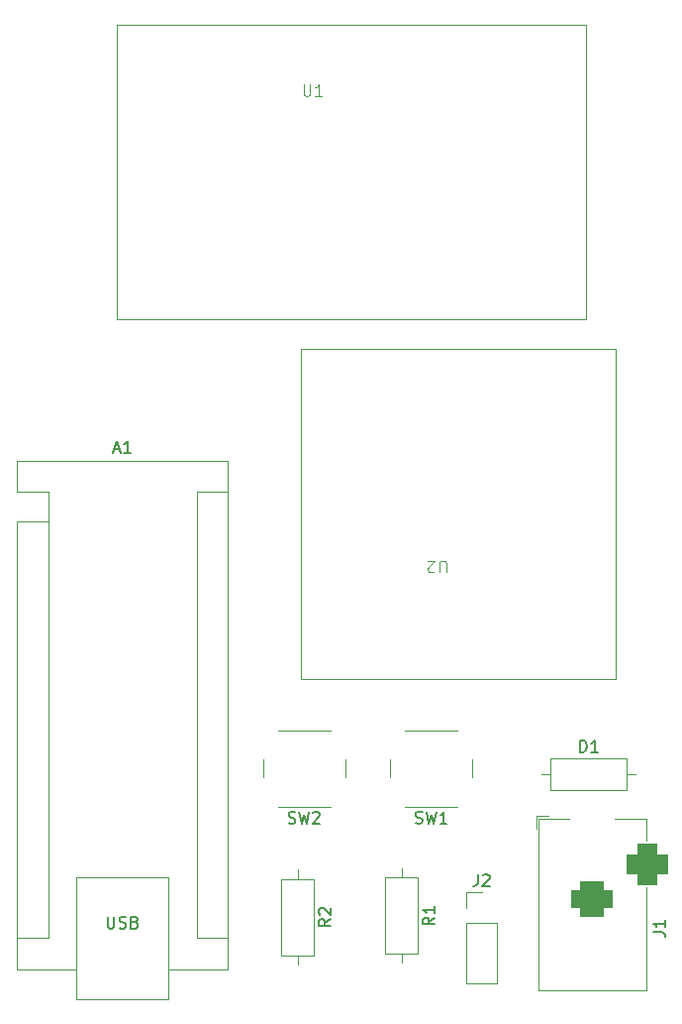
<source format=gto>
G04 #@! TF.GenerationSoftware,KiCad,Pcbnew,7.0.5*
G04 #@! TF.CreationDate,2023-06-25T17:44:05+02:00*
G04 #@! TF.ProjectId,test,74657374-2e6b-4696-9361-645f70636258,rev?*
G04 #@! TF.SameCoordinates,Original*
G04 #@! TF.FileFunction,Legend,Top*
G04 #@! TF.FilePolarity,Positive*
%FSLAX46Y46*%
G04 Gerber Fmt 4.6, Leading zero omitted, Abs format (unit mm)*
G04 Created by KiCad (PCBNEW 7.0.5) date 2023-06-25 17:44:05*
%MOMM*%
%LPD*%
G01*
G04 APERTURE LIST*
G04 Aperture macros list*
%AMRoundRect*
0 Rectangle with rounded corners*
0 $1 Rounding radius*
0 $2 $3 $4 $5 $6 $7 $8 $9 X,Y pos of 4 corners*
0 Add a 4 corners polygon primitive as box body*
4,1,4,$2,$3,$4,$5,$6,$7,$8,$9,$2,$3,0*
0 Add four circle primitives for the rounded corners*
1,1,$1+$1,$2,$3*
1,1,$1+$1,$4,$5*
1,1,$1+$1,$6,$7*
1,1,$1+$1,$8,$9*
0 Add four rect primitives between the rounded corners*
20,1,$1+$1,$2,$3,$4,$5,0*
20,1,$1+$1,$4,$5,$6,$7,0*
20,1,$1+$1,$6,$7,$8,$9,0*
20,1,$1+$1,$8,$9,$2,$3,0*%
G04 Aperture macros list end*
%ADD10C,0.150000*%
%ADD11C,0.100000*%
%ADD12C,0.120000*%
%ADD13C,2.000000*%
%ADD14R,1.600000X1.600000*%
%ADD15O,1.600000X1.600000*%
%ADD16R,1.700000X1.700000*%
%ADD17O,1.700000X1.700000*%
%ADD18R,3.500000X3.500000*%
%ADD19RoundRect,0.750000X1.000000X-0.750000X1.000000X0.750000X-1.000000X0.750000X-1.000000X-0.750000X0*%
%ADD20RoundRect,0.875000X0.875000X-0.875000X0.875000X0.875000X-0.875000X0.875000X-0.875000X-0.875000X0*%
%ADD21C,1.600000*%
%ADD22C,1.524000*%
G04 APERTURE END LIST*
D10*
X173418667Y-104098200D02*
X173561524Y-104145819D01*
X173561524Y-104145819D02*
X173799619Y-104145819D01*
X173799619Y-104145819D02*
X173894857Y-104098200D01*
X173894857Y-104098200D02*
X173942476Y-104050580D01*
X173942476Y-104050580D02*
X173990095Y-103955342D01*
X173990095Y-103955342D02*
X173990095Y-103860104D01*
X173990095Y-103860104D02*
X173942476Y-103764866D01*
X173942476Y-103764866D02*
X173894857Y-103717247D01*
X173894857Y-103717247D02*
X173799619Y-103669628D01*
X173799619Y-103669628D02*
X173609143Y-103622009D01*
X173609143Y-103622009D02*
X173513905Y-103574390D01*
X173513905Y-103574390D02*
X173466286Y-103526771D01*
X173466286Y-103526771D02*
X173418667Y-103431533D01*
X173418667Y-103431533D02*
X173418667Y-103336295D01*
X173418667Y-103336295D02*
X173466286Y-103241057D01*
X173466286Y-103241057D02*
X173513905Y-103193438D01*
X173513905Y-103193438D02*
X173609143Y-103145819D01*
X173609143Y-103145819D02*
X173847238Y-103145819D01*
X173847238Y-103145819D02*
X173990095Y-103193438D01*
X174323429Y-103145819D02*
X174561524Y-104145819D01*
X174561524Y-104145819D02*
X174752000Y-103431533D01*
X174752000Y-103431533D02*
X174942476Y-104145819D01*
X174942476Y-104145819D02*
X175180572Y-103145819D01*
X176085333Y-104145819D02*
X175513905Y-104145819D01*
X175799619Y-104145819D02*
X175799619Y-103145819D01*
X175799619Y-103145819D02*
X175704381Y-103288676D01*
X175704381Y-103288676D02*
X175609143Y-103383914D01*
X175609143Y-103383914D02*
X175513905Y-103431533D01*
X147621714Y-72178104D02*
X148097904Y-72178104D01*
X147526476Y-72463819D02*
X147859809Y-71463819D01*
X147859809Y-71463819D02*
X148193142Y-72463819D01*
X149050285Y-72463819D02*
X148478857Y-72463819D01*
X148764571Y-72463819D02*
X148764571Y-71463819D01*
X148764571Y-71463819D02*
X148669333Y-71606676D01*
X148669333Y-71606676D02*
X148574095Y-71701914D01*
X148574095Y-71701914D02*
X148478857Y-71749533D01*
X147074095Y-112103819D02*
X147074095Y-112913342D01*
X147074095Y-112913342D02*
X147121714Y-113008580D01*
X147121714Y-113008580D02*
X147169333Y-113056200D01*
X147169333Y-113056200D02*
X147264571Y-113103819D01*
X147264571Y-113103819D02*
X147455047Y-113103819D01*
X147455047Y-113103819D02*
X147550285Y-113056200D01*
X147550285Y-113056200D02*
X147597904Y-113008580D01*
X147597904Y-113008580D02*
X147645523Y-112913342D01*
X147645523Y-112913342D02*
X147645523Y-112103819D01*
X148074095Y-113056200D02*
X148216952Y-113103819D01*
X148216952Y-113103819D02*
X148455047Y-113103819D01*
X148455047Y-113103819D02*
X148550285Y-113056200D01*
X148550285Y-113056200D02*
X148597904Y-113008580D01*
X148597904Y-113008580D02*
X148645523Y-112913342D01*
X148645523Y-112913342D02*
X148645523Y-112818104D01*
X148645523Y-112818104D02*
X148597904Y-112722866D01*
X148597904Y-112722866D02*
X148550285Y-112675247D01*
X148550285Y-112675247D02*
X148455047Y-112627628D01*
X148455047Y-112627628D02*
X148264571Y-112580009D01*
X148264571Y-112580009D02*
X148169333Y-112532390D01*
X148169333Y-112532390D02*
X148121714Y-112484771D01*
X148121714Y-112484771D02*
X148074095Y-112389533D01*
X148074095Y-112389533D02*
X148074095Y-112294295D01*
X148074095Y-112294295D02*
X148121714Y-112199057D01*
X148121714Y-112199057D02*
X148169333Y-112151438D01*
X148169333Y-112151438D02*
X148264571Y-112103819D01*
X148264571Y-112103819D02*
X148502666Y-112103819D01*
X148502666Y-112103819D02*
X148645523Y-112151438D01*
X149407428Y-112580009D02*
X149550285Y-112627628D01*
X149550285Y-112627628D02*
X149597904Y-112675247D01*
X149597904Y-112675247D02*
X149645523Y-112770485D01*
X149645523Y-112770485D02*
X149645523Y-112913342D01*
X149645523Y-112913342D02*
X149597904Y-113008580D01*
X149597904Y-113008580D02*
X149550285Y-113056200D01*
X149550285Y-113056200D02*
X149455047Y-113103819D01*
X149455047Y-113103819D02*
X149074095Y-113103819D01*
X149074095Y-113103819D02*
X149074095Y-112103819D01*
X149074095Y-112103819D02*
X149407428Y-112103819D01*
X149407428Y-112103819D02*
X149502666Y-112151438D01*
X149502666Y-112151438D02*
X149550285Y-112199057D01*
X149550285Y-112199057D02*
X149597904Y-112294295D01*
X149597904Y-112294295D02*
X149597904Y-112389533D01*
X149597904Y-112389533D02*
X149550285Y-112484771D01*
X149550285Y-112484771D02*
X149502666Y-112532390D01*
X149502666Y-112532390D02*
X149407428Y-112580009D01*
X149407428Y-112580009D02*
X149074095Y-112580009D01*
X178736666Y-108503819D02*
X178736666Y-109218104D01*
X178736666Y-109218104D02*
X178689047Y-109360961D01*
X178689047Y-109360961D02*
X178593809Y-109456200D01*
X178593809Y-109456200D02*
X178450952Y-109503819D01*
X178450952Y-109503819D02*
X178355714Y-109503819D01*
X179165238Y-108599057D02*
X179212857Y-108551438D01*
X179212857Y-108551438D02*
X179308095Y-108503819D01*
X179308095Y-108503819D02*
X179546190Y-108503819D01*
X179546190Y-108503819D02*
X179641428Y-108551438D01*
X179641428Y-108551438D02*
X179689047Y-108599057D01*
X179689047Y-108599057D02*
X179736666Y-108694295D01*
X179736666Y-108694295D02*
X179736666Y-108789533D01*
X179736666Y-108789533D02*
X179689047Y-108932390D01*
X179689047Y-108932390D02*
X179117619Y-109503819D01*
X179117619Y-109503819D02*
X179736666Y-109503819D01*
X193731319Y-113400333D02*
X194445604Y-113400333D01*
X194445604Y-113400333D02*
X194588461Y-113447952D01*
X194588461Y-113447952D02*
X194683700Y-113543190D01*
X194683700Y-113543190D02*
X194731319Y-113686047D01*
X194731319Y-113686047D02*
X194731319Y-113781285D01*
X194731319Y-112400333D02*
X194731319Y-112971761D01*
X194731319Y-112686047D02*
X193731319Y-112686047D01*
X193731319Y-112686047D02*
X193874176Y-112781285D01*
X193874176Y-112781285D02*
X193969414Y-112876523D01*
X193969414Y-112876523D02*
X194017033Y-112971761D01*
X187475905Y-98033819D02*
X187475905Y-97033819D01*
X187475905Y-97033819D02*
X187714000Y-97033819D01*
X187714000Y-97033819D02*
X187856857Y-97081438D01*
X187856857Y-97081438D02*
X187952095Y-97176676D01*
X187952095Y-97176676D02*
X187999714Y-97271914D01*
X187999714Y-97271914D02*
X188047333Y-97462390D01*
X188047333Y-97462390D02*
X188047333Y-97605247D01*
X188047333Y-97605247D02*
X187999714Y-97795723D01*
X187999714Y-97795723D02*
X187952095Y-97890961D01*
X187952095Y-97890961D02*
X187856857Y-97986200D01*
X187856857Y-97986200D02*
X187714000Y-98033819D01*
X187714000Y-98033819D02*
X187475905Y-98033819D01*
X188999714Y-98033819D02*
X188428286Y-98033819D01*
X188714000Y-98033819D02*
X188714000Y-97033819D01*
X188714000Y-97033819D02*
X188618762Y-97176676D01*
X188618762Y-97176676D02*
X188523524Y-97271914D01*
X188523524Y-97271914D02*
X188428286Y-97319533D01*
X175036819Y-112180666D02*
X174560628Y-112513999D01*
X175036819Y-112752094D02*
X174036819Y-112752094D01*
X174036819Y-112752094D02*
X174036819Y-112371142D01*
X174036819Y-112371142D02*
X174084438Y-112275904D01*
X174084438Y-112275904D02*
X174132057Y-112228285D01*
X174132057Y-112228285D02*
X174227295Y-112180666D01*
X174227295Y-112180666D02*
X174370152Y-112180666D01*
X174370152Y-112180666D02*
X174465390Y-112228285D01*
X174465390Y-112228285D02*
X174513009Y-112275904D01*
X174513009Y-112275904D02*
X174560628Y-112371142D01*
X174560628Y-112371142D02*
X174560628Y-112752094D01*
X175036819Y-111228285D02*
X175036819Y-111799713D01*
X175036819Y-111513999D02*
X174036819Y-111513999D01*
X174036819Y-111513999D02*
X174179676Y-111609237D01*
X174179676Y-111609237D02*
X174274914Y-111704475D01*
X174274914Y-111704475D02*
X174322533Y-111799713D01*
D11*
X176021904Y-82703580D02*
X176021904Y-81894057D01*
X176021904Y-81894057D02*
X175974285Y-81798819D01*
X175974285Y-81798819D02*
X175926666Y-81751200D01*
X175926666Y-81751200D02*
X175831428Y-81703580D01*
X175831428Y-81703580D02*
X175640952Y-81703580D01*
X175640952Y-81703580D02*
X175545714Y-81751200D01*
X175545714Y-81751200D02*
X175498095Y-81798819D01*
X175498095Y-81798819D02*
X175450476Y-81894057D01*
X175450476Y-81894057D02*
X175450476Y-82703580D01*
X175021904Y-82608342D02*
X174974285Y-82655961D01*
X174974285Y-82655961D02*
X174879047Y-82703580D01*
X174879047Y-82703580D02*
X174640952Y-82703580D01*
X174640952Y-82703580D02*
X174545714Y-82655961D01*
X174545714Y-82655961D02*
X174498095Y-82608342D01*
X174498095Y-82608342D02*
X174450476Y-82513104D01*
X174450476Y-82513104D02*
X174450476Y-82417866D01*
X174450476Y-82417866D02*
X174498095Y-82275009D01*
X174498095Y-82275009D02*
X175069523Y-81703580D01*
X175069523Y-81703580D02*
X174450476Y-81703580D01*
D10*
X162548667Y-104098200D02*
X162691524Y-104145819D01*
X162691524Y-104145819D02*
X162929619Y-104145819D01*
X162929619Y-104145819D02*
X163024857Y-104098200D01*
X163024857Y-104098200D02*
X163072476Y-104050580D01*
X163072476Y-104050580D02*
X163120095Y-103955342D01*
X163120095Y-103955342D02*
X163120095Y-103860104D01*
X163120095Y-103860104D02*
X163072476Y-103764866D01*
X163072476Y-103764866D02*
X163024857Y-103717247D01*
X163024857Y-103717247D02*
X162929619Y-103669628D01*
X162929619Y-103669628D02*
X162739143Y-103622009D01*
X162739143Y-103622009D02*
X162643905Y-103574390D01*
X162643905Y-103574390D02*
X162596286Y-103526771D01*
X162596286Y-103526771D02*
X162548667Y-103431533D01*
X162548667Y-103431533D02*
X162548667Y-103336295D01*
X162548667Y-103336295D02*
X162596286Y-103241057D01*
X162596286Y-103241057D02*
X162643905Y-103193438D01*
X162643905Y-103193438D02*
X162739143Y-103145819D01*
X162739143Y-103145819D02*
X162977238Y-103145819D01*
X162977238Y-103145819D02*
X163120095Y-103193438D01*
X163453429Y-103145819D02*
X163691524Y-104145819D01*
X163691524Y-104145819D02*
X163882000Y-103431533D01*
X163882000Y-103431533D02*
X164072476Y-104145819D01*
X164072476Y-104145819D02*
X164310572Y-103145819D01*
X164643905Y-103241057D02*
X164691524Y-103193438D01*
X164691524Y-103193438D02*
X164786762Y-103145819D01*
X164786762Y-103145819D02*
X165024857Y-103145819D01*
X165024857Y-103145819D02*
X165120095Y-103193438D01*
X165120095Y-103193438D02*
X165167714Y-103241057D01*
X165167714Y-103241057D02*
X165215333Y-103336295D01*
X165215333Y-103336295D02*
X165215333Y-103431533D01*
X165215333Y-103431533D02*
X165167714Y-103574390D01*
X165167714Y-103574390D02*
X164596286Y-104145819D01*
X164596286Y-104145819D02*
X165215333Y-104145819D01*
D11*
X163830095Y-40994419D02*
X163830095Y-41803942D01*
X163830095Y-41803942D02*
X163877714Y-41899180D01*
X163877714Y-41899180D02*
X163925333Y-41946800D01*
X163925333Y-41946800D02*
X164020571Y-41994419D01*
X164020571Y-41994419D02*
X164211047Y-41994419D01*
X164211047Y-41994419D02*
X164306285Y-41946800D01*
X164306285Y-41946800D02*
X164353904Y-41899180D01*
X164353904Y-41899180D02*
X164401523Y-41803942D01*
X164401523Y-41803942D02*
X164401523Y-40994419D01*
X165401523Y-41994419D02*
X164830095Y-41994419D01*
X165115809Y-41994419D02*
X165115809Y-40994419D01*
X165115809Y-40994419D02*
X165020571Y-41137276D01*
X165020571Y-41137276D02*
X164925333Y-41232514D01*
X164925333Y-41232514D02*
X164830095Y-41280133D01*
D10*
X166146819Y-112307666D02*
X165670628Y-112640999D01*
X166146819Y-112879094D02*
X165146819Y-112879094D01*
X165146819Y-112879094D02*
X165146819Y-112498142D01*
X165146819Y-112498142D02*
X165194438Y-112402904D01*
X165194438Y-112402904D02*
X165242057Y-112355285D01*
X165242057Y-112355285D02*
X165337295Y-112307666D01*
X165337295Y-112307666D02*
X165480152Y-112307666D01*
X165480152Y-112307666D02*
X165575390Y-112355285D01*
X165575390Y-112355285D02*
X165623009Y-112402904D01*
X165623009Y-112402904D02*
X165670628Y-112498142D01*
X165670628Y-112498142D02*
X165670628Y-112879094D01*
X165242057Y-111926713D02*
X165194438Y-111879094D01*
X165194438Y-111879094D02*
X165146819Y-111783856D01*
X165146819Y-111783856D02*
X165146819Y-111545761D01*
X165146819Y-111545761D02*
X165194438Y-111450523D01*
X165194438Y-111450523D02*
X165242057Y-111402904D01*
X165242057Y-111402904D02*
X165337295Y-111355285D01*
X165337295Y-111355285D02*
X165432533Y-111355285D01*
X165432533Y-111355285D02*
X165575390Y-111402904D01*
X165575390Y-111402904D02*
X166146819Y-111974332D01*
X166146819Y-111974332D02*
X166146819Y-111355285D01*
D12*
X171252000Y-98691000D02*
X171252000Y-100191000D01*
X172502000Y-102691000D02*
X177002000Y-102691000D01*
X177002000Y-96191000D02*
X172502000Y-96191000D01*
X178252000Y-100191000D02*
X178252000Y-98691000D01*
X139316000Y-73149000D02*
X139316000Y-75819000D01*
X139316000Y-78359000D02*
X139316000Y-116589000D01*
X139316000Y-116589000D02*
X144396000Y-116589000D01*
X141986000Y-75819000D02*
X139316000Y-75819000D01*
X141986000Y-78359000D02*
X139316000Y-78359000D01*
X141986000Y-78359000D02*
X141986000Y-75819000D01*
X141986000Y-78359000D02*
X141986000Y-113919000D01*
X141986000Y-113919000D02*
X139316000Y-113919000D01*
X144396000Y-108709000D02*
X152276000Y-108709000D01*
X144396000Y-119129000D02*
X144396000Y-108709000D01*
X152276000Y-108709000D02*
X152276000Y-119129000D01*
X152276000Y-119129000D02*
X144396000Y-119129000D01*
X154686000Y-75819000D02*
X154686000Y-113919000D01*
X154686000Y-75819000D02*
X157356000Y-75819000D01*
X154686000Y-113919000D02*
X157356000Y-113919000D01*
X157356000Y-73149000D02*
X139316000Y-73149000D01*
X157356000Y-116589000D02*
X152276000Y-116589000D01*
X157356000Y-116589000D02*
X157356000Y-73149000D01*
X177740000Y-117789000D02*
X180400000Y-117789000D01*
X177740000Y-112649000D02*
X177740000Y-117789000D01*
X177740000Y-111379000D02*
X177740000Y-110049000D01*
X180400000Y-112649000D02*
X180400000Y-117789000D01*
X177740000Y-110049000D02*
X179070000Y-110049000D01*
X177740000Y-112649000D02*
X180400000Y-112649000D01*
X183926500Y-118417000D02*
X183926500Y-103717000D01*
X193126500Y-118417000D02*
X183926500Y-118417000D01*
X193126500Y-103717000D02*
X193126500Y-105617000D01*
X190426500Y-103717000D02*
X193126500Y-103717000D01*
X183926500Y-103717000D02*
X186526500Y-103717000D01*
X193126500Y-109617000D02*
X193126500Y-118417000D01*
X184776500Y-103517000D02*
X183726500Y-103517000D01*
X183726500Y-104567000D02*
X183726500Y-103517000D01*
X192254000Y-99949000D02*
X191484000Y-99949000D01*
X184174000Y-99949000D02*
X184944000Y-99949000D01*
X184944000Y-98579000D02*
X184944000Y-101319000D01*
X191484000Y-101319000D02*
X191484000Y-98579000D01*
X184944000Y-101319000D02*
X191484000Y-101319000D01*
X191484000Y-98579000D02*
X184944000Y-98579000D01*
X172212000Y-116054000D02*
X172212000Y-115284000D01*
X170842000Y-115284000D02*
X173582000Y-115284000D01*
X173582000Y-115284000D02*
X173582000Y-108744000D01*
X170842000Y-108744000D02*
X170842000Y-115284000D01*
X173582000Y-108744000D02*
X170842000Y-108744000D01*
X172212000Y-107974000D02*
X172212000Y-108744000D01*
D11*
X190500000Y-91821000D02*
X163576000Y-91821000D01*
X163576000Y-91821000D02*
X163576000Y-63627000D01*
X163576000Y-63627000D02*
X190500000Y-63627000D01*
X190500000Y-63627000D02*
X190500000Y-91821000D01*
D12*
X160382000Y-98691000D02*
X160382000Y-100191000D01*
X161632000Y-102691000D02*
X166132000Y-102691000D01*
X166132000Y-96191000D02*
X161632000Y-96191000D01*
X167382000Y-100191000D02*
X167382000Y-98691000D01*
D11*
X147828000Y-35941000D02*
X187960000Y-35941000D01*
X187960000Y-35941000D02*
X187960000Y-61087000D01*
X187960000Y-61087000D02*
X147828000Y-61087000D01*
X147828000Y-61087000D02*
X147828000Y-35941000D01*
D12*
X163322000Y-116181000D02*
X163322000Y-115411000D01*
X161952000Y-115411000D02*
X164692000Y-115411000D01*
X164692000Y-115411000D02*
X164692000Y-108871000D01*
X161952000Y-108871000D02*
X161952000Y-115411000D01*
X164692000Y-108871000D02*
X161952000Y-108871000D01*
X163322000Y-108101000D02*
X163322000Y-108871000D01*
%LPC*%
D13*
X171502000Y-97191000D03*
X178002000Y-97191000D03*
X171502000Y-101691000D03*
X178002000Y-101691000D03*
D14*
X140716000Y-77089000D03*
D15*
X140716000Y-79629000D03*
X140716000Y-82169000D03*
X140716000Y-84709000D03*
X140716000Y-87249000D03*
X140716000Y-89789000D03*
X140716000Y-92329000D03*
X140716000Y-94869000D03*
X140716000Y-97409000D03*
X140716000Y-99949000D03*
X140716000Y-102489000D03*
X140716000Y-105029000D03*
X140716000Y-107569000D03*
X140716000Y-110109000D03*
X140716000Y-112649000D03*
X155956000Y-112649000D03*
X155956000Y-110109000D03*
X155956000Y-107569000D03*
X155956000Y-105029000D03*
X155956000Y-102489000D03*
X155956000Y-99949000D03*
X155956000Y-97409000D03*
X155956000Y-94869000D03*
X155956000Y-92329000D03*
X155956000Y-89789000D03*
X155956000Y-87249000D03*
X155956000Y-84709000D03*
X155956000Y-82169000D03*
X155956000Y-79629000D03*
X155956000Y-77089000D03*
D16*
X179070000Y-111379000D03*
D17*
X179070000Y-113919000D03*
X179070000Y-116459000D03*
D18*
X188526500Y-104617000D03*
D19*
X188526500Y-110617000D03*
D20*
X193226500Y-107617000D03*
D21*
X183134000Y-99949000D03*
D15*
X193294000Y-99949000D03*
X172212000Y-117094000D03*
D21*
X172212000Y-106934000D03*
D22*
X189230000Y-85725000D03*
X189230000Y-83185000D03*
X189230000Y-80645000D03*
X189230000Y-78105000D03*
X189230000Y-75565000D03*
X189230000Y-73025000D03*
X189230000Y-70485000D03*
D13*
X160632000Y-97191000D03*
X167132000Y-97191000D03*
X160632000Y-101691000D03*
X167132000Y-101691000D03*
D22*
X186436000Y-52197000D03*
X186436000Y-49657000D03*
X186436000Y-47117000D03*
X186436000Y-44577000D03*
D15*
X163322000Y-117221000D03*
D21*
X163322000Y-107061000D03*
%LPD*%
M02*

</source>
